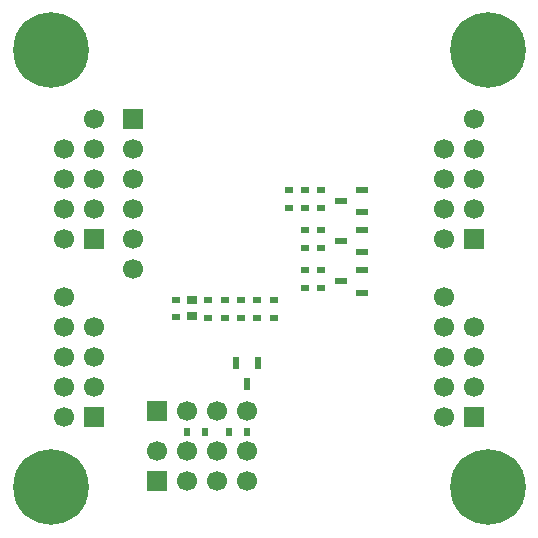
<source format=gbp>
G04*
G04 #@! TF.GenerationSoftware,Altium Limited,Altium Designer,25.1.2 (22)*
G04*
G04 Layer_Color=128*
%FSLAX43Y43*%
%MOMM*%
G71*
G04*
G04 #@! TF.SameCoordinates,17EC2E02-D27E-49A4-BE65-F1638728C85A*
G04*
G04*
G04 #@! TF.FilePolarity,Positive*
G04*
G01*
G75*
%ADD20R,0.500X0.800*%
%ADD28R,0.800X0.500*%
%ADD36R,0.900X0.800*%
G04:AMPARAMS|DCode=38|XSize=1.7mm|YSize=1.7mm|CornerRadius=0.85mm|HoleSize=0mm|Usage=FLASHONLY|Rotation=0.000|XOffset=0mm|YOffset=0mm|HoleType=Round|Shape=RoundedRectangle|*
%AMROUNDEDRECTD38*
21,1,1.700,0.000,0,0,0.0*
21,1,0.000,1.700,0,0,0.0*
1,1,1.700,0.000,0.000*
1,1,1.700,0.000,0.000*
1,1,1.700,0.000,0.000*
1,1,1.700,0.000,0.000*
%
%ADD38ROUNDEDRECTD38*%
%ADD39C,1.700*%
%ADD40R,1.700X1.700*%
G04:AMPARAMS|DCode=41|XSize=1.7mm|YSize=1.7mm|CornerRadius=0.85mm|HoleSize=0mm|Usage=FLASHONLY|Rotation=90.000|XOffset=0mm|YOffset=0mm|HoleType=Round|Shape=RoundedRectangle|*
%AMROUNDEDRECTD41*
21,1,1.700,0.000,0,0,90.0*
21,1,0.000,1.700,0,0,90.0*
1,1,1.700,0.000,0.000*
1,1,1.700,0.000,0.000*
1,1,1.700,0.000,0.000*
1,1,1.700,0.000,0.000*
%
%ADD41ROUNDEDRECTD41*%
%ADD42R,1.700X1.700*%
%ADD43C,1.000*%
%ADD44C,6.400*%
G04:AMPARAMS|DCode=80|XSize=1.057mm|YSize=0.532mm|CornerRadius=0.093mm|HoleSize=0mm|Usage=FLASHONLY|Rotation=270.000|XOffset=0mm|YOffset=0mm|HoleType=Round|Shape=RoundedRectangle|*
%AMROUNDEDRECTD80*
21,1,1.057,0.346,0,0,270.0*
21,1,0.871,0.532,0,0,270.0*
1,1,0.186,-0.173,-0.435*
1,1,0.186,-0.173,0.435*
1,1,0.186,0.173,0.435*
1,1,0.186,0.173,-0.435*
%
%ADD80ROUNDEDRECTD80*%
%ADD81R,0.532X1.057*%
%ADD82R,1.057X0.532*%
G04:AMPARAMS|DCode=83|XSize=1.057mm|YSize=0.532mm|CornerRadius=0.093mm|HoleSize=0mm|Usage=FLASHONLY|Rotation=180.000|XOffset=0mm|YOffset=0mm|HoleType=Round|Shape=RoundedRectangle|*
%AMROUNDEDRECTD83*
21,1,1.057,0.346,0,0,180.0*
21,1,0.871,0.532,0,0,180.0*
1,1,0.186,-0.435,0.173*
1,1,0.186,0.435,0.173*
1,1,0.186,0.435,-0.173*
1,1,0.186,-0.435,-0.173*
%
%ADD83ROUNDEDRECTD83*%
D20*
X20120Y8200D02*
D03*
X18620D02*
D03*
X15040D02*
D03*
X16540D02*
D03*
D28*
X22428Y19327D02*
D03*
Y17827D02*
D03*
X14125Y17900D02*
D03*
Y19400D02*
D03*
X18240Y19325D02*
D03*
Y17825D02*
D03*
X25008Y27194D02*
D03*
Y28694D02*
D03*
X23646D02*
D03*
Y27194D02*
D03*
X21001Y17825D02*
D03*
Y19325D02*
D03*
X16860Y17825D02*
D03*
Y19325D02*
D03*
X19621Y17825D02*
D03*
Y19325D02*
D03*
X26371Y21894D02*
D03*
Y20394D02*
D03*
Y27194D02*
D03*
Y28694D02*
D03*
X25008Y20394D02*
D03*
Y21894D02*
D03*
X26371Y23794D02*
D03*
Y25294D02*
D03*
X25008Y23794D02*
D03*
Y25294D02*
D03*
D36*
X15480Y19325D02*
D03*
Y18025D02*
D03*
D38*
X39340Y17120D02*
D03*
X36800D02*
D03*
X39340Y14580D02*
D03*
Y12040D02*
D03*
X36800D02*
D03*
Y14580D02*
D03*
Y9500D02*
D03*
X10500Y29580D02*
D03*
Y32120D02*
D03*
Y21960D02*
D03*
Y24500D02*
D03*
Y27040D02*
D03*
X7200Y34660D02*
D03*
X4660Y24500D02*
D03*
X7200Y27040D02*
D03*
X4660D02*
D03*
X7200Y29580D02*
D03*
X4660D02*
D03*
X7200Y32120D02*
D03*
X4660D02*
D03*
Y9500D02*
D03*
X7200Y12040D02*
D03*
X4660D02*
D03*
X7200Y14580D02*
D03*
X4660D02*
D03*
X7200Y17120D02*
D03*
X4660D02*
D03*
Y19660D02*
D03*
X39340Y34660D02*
D03*
X36800Y24500D02*
D03*
X39340Y27040D02*
D03*
X36800D02*
D03*
X39340Y29580D02*
D03*
X36800D02*
D03*
X39340Y32120D02*
D03*
X36800D02*
D03*
D39*
Y19660D02*
D03*
D40*
X39340Y9500D02*
D03*
X10500Y34660D02*
D03*
X7200Y24500D02*
D03*
Y9500D02*
D03*
X39340Y24500D02*
D03*
D41*
X20120Y10000D02*
D03*
X17580D02*
D03*
X15040D02*
D03*
X12500Y6540D02*
D03*
X15040Y4000D02*
D03*
Y6540D02*
D03*
X17580Y4000D02*
D03*
Y6540D02*
D03*
X20120Y4000D02*
D03*
Y6540D02*
D03*
D42*
X12500Y10000D02*
D03*
Y4000D02*
D03*
D43*
X5197Y38803D02*
D03*
X5900Y40500D02*
D03*
X5197Y42197D02*
D03*
X3500Y42900D02*
D03*
X1803Y42197D02*
D03*
X1100Y40500D02*
D03*
X1803Y38803D02*
D03*
X3500Y38100D02*
D03*
X42197Y38803D02*
D03*
X42900Y40500D02*
D03*
X42197Y42197D02*
D03*
X40500Y42900D02*
D03*
X38803Y42197D02*
D03*
X38100Y40500D02*
D03*
X38803Y38803D02*
D03*
X40500Y38100D02*
D03*
X42197Y1803D02*
D03*
X42900Y3500D02*
D03*
X42197Y5197D02*
D03*
X40500Y5900D02*
D03*
X38803Y5197D02*
D03*
X38100Y3500D02*
D03*
X38803Y1803D02*
D03*
X40500Y1100D02*
D03*
X5197Y1803D02*
D03*
X5900Y3500D02*
D03*
X5197Y5197D02*
D03*
X3500Y5900D02*
D03*
X1803Y5197D02*
D03*
X1100Y3500D02*
D03*
X1803Y1803D02*
D03*
X3500Y1100D02*
D03*
D44*
Y40500D02*
D03*
X40500D02*
D03*
Y3500D02*
D03*
X3500D02*
D03*
D80*
X21070Y14062D02*
D03*
X20120Y12261D02*
D03*
D81*
X19170Y14062D02*
D03*
D82*
X29873Y21894D02*
D03*
Y25294D02*
D03*
Y28694D02*
D03*
D83*
Y19994D02*
D03*
X28072Y20944D02*
D03*
X29873Y23394D02*
D03*
X28072Y24344D02*
D03*
Y27744D02*
D03*
X29873Y26794D02*
D03*
M02*

</source>
